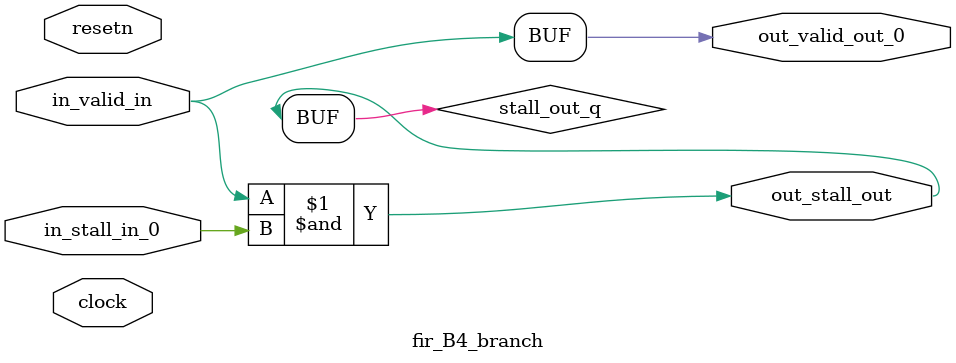
<source format=sv>



(* altera_attribute = "-name AUTO_SHIFT_REGISTER_RECOGNITION OFF; -name MESSAGE_DISABLE 10036; -name MESSAGE_DISABLE 10037; -name MESSAGE_DISABLE 14130; -name MESSAGE_DISABLE 14320; -name MESSAGE_DISABLE 15400; -name MESSAGE_DISABLE 14130; -name MESSAGE_DISABLE 10036; -name MESSAGE_DISABLE 12020; -name MESSAGE_DISABLE 12030; -name MESSAGE_DISABLE 12010; -name MESSAGE_DISABLE 12110; -name MESSAGE_DISABLE 14320; -name MESSAGE_DISABLE 13410; -name MESSAGE_DISABLE 113007; -name MESSAGE_DISABLE 10958" *)
module fir_B4_branch (
    input wire [0:0] in_stall_in_0,
    input wire [0:0] in_valid_in,
    output wire [0:0] out_stall_out,
    output wire [0:0] out_valid_out_0,
    input wire clock,
    input wire resetn
    );

    wire [0:0] stall_out_q;


    // stall_out(LOGICAL,6)
    assign stall_out_q = in_valid_in & in_stall_in_0;

    // out_stall_out(GPOUT,4)
    assign out_stall_out = stall_out_q;

    // out_valid_out_0(GPOUT,5)
    assign out_valid_out_0 = in_valid_in;

endmodule

</source>
